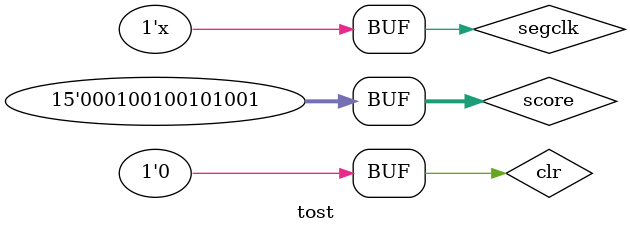
<source format=v>
`timescale 1ns / 1ps


module tost;

	// Inputs
	reg segclk;
	reg clr;
	reg [14:0] score;

	// Outputs
	wire [6:0] seg;
	wire [3:0] an;

	// Instantiate the Unit Under Test (UUT)
	segdisplay uut (
		.segclk(segclk), 
		.clr(clr), 
		.seg(seg), 
		.an(an), 
		.score(score)
	);

	initial begin
		// Initialize Inputs
		segclk = 0;
		clr = 0;
		score = 2345;

		// Wait 100 ns for global reset to finish
		#100;
        
		// Add stimulus here

	end
	
	always #1 segclk = ~segclk;
      
endmodule


</source>
